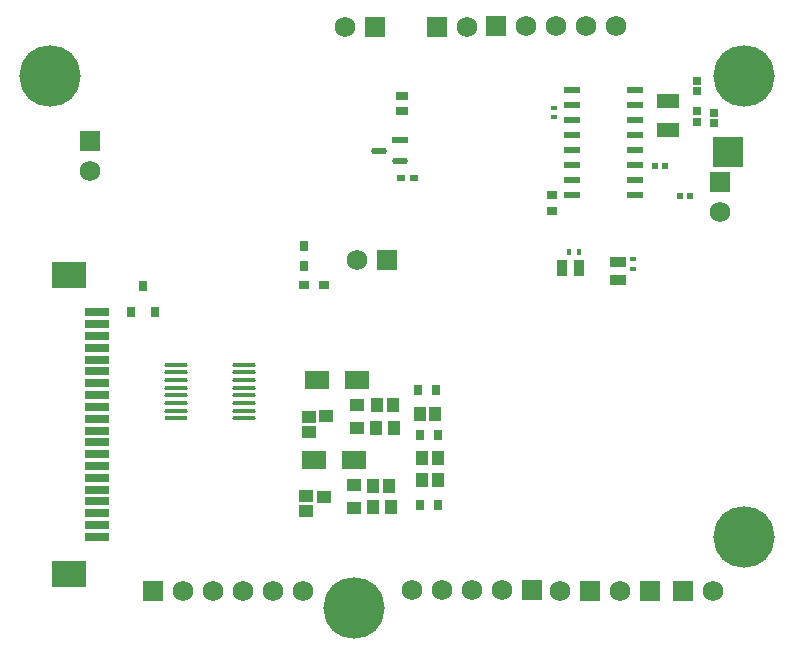
<source format=gbr>
%TF.GenerationSoftware,Altium Limited,Altium Designer,25.7.1 (20)*%
G04 Layer_Color=16711935*
%FSLAX45Y45*%
%MOMM*%
%TF.SameCoordinates,C331EA04-0F80-4B25-860E-1567A5D6E8FC*%
%TF.FilePolarity,Negative*%
%TF.FileFunction,Soldermask,Bot*%
%TF.Part,Single*%
G01*
G75*
%TA.AperFunction,SMDPad,CuDef*%
%ADD23R,0.80000X0.90000*%
%ADD24R,1.35000X0.95000*%
%ADD25R,0.90000X0.80000*%
%ADD26R,0.40000X0.50000*%
%ADD27R,0.95000X1.35000*%
%ADD39R,0.66040X0.50800*%
%ADD55R,0.50000X0.40000*%
%ADD57R,1.39700X0.55880*%
%ADD58R,0.81213X0.65872*%
G04:AMPARAMS|DCode=59|XSize=1.35872mm|YSize=0.58684mm|CornerRadius=0.29342mm|HoleSize=0mm|Usage=FLASHONLY|Rotation=180.000|XOffset=0mm|YOffset=0mm|HoleType=Round|Shape=RoundedRectangle|*
%AMROUNDEDRECTD59*
21,1,1.35872,0.00000,0,0,180.0*
21,1,0.77188,0.58684,0,0,180.0*
1,1,0.58684,-0.38594,0.00000*
1,1,0.58684,0.38594,0.00000*
1,1,0.58684,0.38594,0.00000*
1,1,0.58684,-0.38594,0.00000*
%
%ADD59ROUNDEDRECTD59*%
%ADD60R,0.80000X0.90000*%
G04:AMPARAMS|DCode=63|XSize=1.95543mm|YSize=0.42077mm|CornerRadius=0.21038mm|HoleSize=0mm|Usage=FLASHONLY|Rotation=0.000|XOffset=0mm|YOffset=0mm|HoleType=Round|Shape=RoundedRectangle|*
%AMROUNDEDRECTD63*
21,1,1.95543,0.00000,0,0,0.0*
21,1,1.53467,0.42077,0,0,0.0*
1,1,0.42077,0.76733,0.00000*
1,1,0.42077,-0.76733,0.00000*
1,1,0.42077,-0.76733,0.00000*
1,1,0.42077,0.76733,0.00000*
%
%ADD63ROUNDEDRECTD63*%
%ADD66R,0.61535X0.57247*%
%ADD68R,2.00000X1.50000*%
%ADD70R,1.35872X0.58684*%
%ADD72R,1.95543X0.42077*%
%TA.AperFunction,NonConductor*%
%ADD81C,0.75000*%
%TA.AperFunction,SMDPad,CuDef*%
%ADD85R,1.00320X1.20320*%
%ADD93R,1.00320X1.15320*%
%TA.AperFunction,ComponentPad*%
%ADD95R,1.75320X1.75320*%
%ADD96C,1.75320*%
%ADD97R,1.75320X1.75320*%
%TA.AperFunction,ViaPad*%
%ADD98C,5.20320*%
%TA.AperFunction,SMDPad,CuDef*%
%ADD99R,2.60000X2.60000*%
%ADD100R,0.70000X0.74000*%
%ADD101R,2.05240X0.75240*%
%ADD102R,2.95240X2.25240*%
%ADD103R,1.95240X1.15240*%
%ADD104R,0.73000X0.78000*%
%ADD105R,1.00320X0.80320*%
%ADD106R,1.15320X1.00320*%
%ADD107R,1.20320X1.00320*%
D23*
X790000Y2720000D02*
D03*
X690000Y2500000D02*
D03*
X2150000Y3060000D02*
D03*
Y2890000D02*
D03*
X890000Y2500000D02*
D03*
D24*
X4810000Y2775000D02*
D03*
Y2925000D02*
D03*
D25*
X2325000Y2735000D02*
D03*
X2155000D02*
D03*
D26*
X4480000Y3010000D02*
D03*
X4400000D02*
D03*
D27*
X4335000Y2880000D02*
D03*
X4485000D02*
D03*
D39*
X3085880Y3635000D02*
D03*
X2974120D02*
D03*
D55*
X4940000Y2950000D02*
D03*
Y2870000D02*
D03*
X4267918Y4232917D02*
D03*
Y4152918D02*
D03*
D57*
X4955848Y4125918D02*
D03*
X4424988Y3617918D02*
D03*
Y4252918D02*
D03*
X4955848Y4379918D02*
D03*
Y4252918D02*
D03*
Y3871918D02*
D03*
Y3744918D02*
D03*
Y3617918D02*
D03*
Y3490918D02*
D03*
X4424988D02*
D03*
Y3744918D02*
D03*
Y3871918D02*
D03*
Y3998918D02*
D03*
Y4379918D02*
D03*
X4955848Y3998918D02*
D03*
X4424988Y4125918D02*
D03*
D58*
X4255418Y3355247D02*
D03*
Y3490588D02*
D03*
D59*
X2784829Y3870000D02*
D03*
X2970171Y3778500D02*
D03*
D60*
X3120000Y1840000D02*
D03*
X3135000Y1460000D02*
D03*
Y870000D02*
D03*
X3285000D02*
D03*
Y1460000D02*
D03*
X3270000Y1840000D02*
D03*
D63*
X1647538Y1732500D02*
D03*
Y1797500D02*
D03*
X1072461Y1667500D02*
D03*
Y1797500D02*
D03*
Y1992500D02*
D03*
Y1862500D02*
D03*
Y1927500D02*
D03*
X1647538Y1862500D02*
D03*
X1072461Y2057500D02*
D03*
X1647538Y1667500D02*
D03*
Y1602500D02*
D03*
Y1927500D02*
D03*
X1072461Y1732500D02*
D03*
X1647538Y2057500D02*
D03*
Y1992500D02*
D03*
D66*
X5210774Y3742918D02*
D03*
X5125061D02*
D03*
X5335061Y3485417D02*
D03*
X5420774D02*
D03*
D68*
X2260000Y1930000D02*
D03*
X2240000Y1250001D02*
D03*
X2580000D02*
D03*
X2600000Y1930000D02*
D03*
D70*
X2970171Y3961500D02*
D03*
D72*
X1072461Y1602500D02*
D03*
D81*
X5875000Y4700000D02*
G03*
X5875000Y4300000I0J-200000D01*
G01*
Y800000D02*
G03*
X5875000Y400000I0J-200000D01*
G01*
X2775000Y0D02*
G03*
X2375000Y0I-200000J0D01*
G01*
X0Y4300000D02*
G03*
X0Y4700000I0J200000D01*
G01*
D85*
X2915000Y1520000D02*
D03*
X2890000Y850001D02*
D03*
X2740000D02*
D03*
X2765000Y1520000D02*
D03*
D93*
X2905000Y1720000D02*
D03*
X2870000Y1030000D02*
D03*
X3135000Y1638000D02*
D03*
X3155000Y1270000D02*
D03*
Y1078000D02*
D03*
X2740000Y1030000D02*
D03*
X2775000Y1720000D02*
D03*
X3285000Y1078000D02*
D03*
Y1270000D02*
D03*
X3265000Y1638000D02*
D03*
D95*
X3783000Y4925000D02*
D03*
X4574000Y140000D02*
D03*
X2854000Y2940000D02*
D03*
X872000Y140000D02*
D03*
X4084000Y150000D02*
D03*
X5360000Y140000D02*
D03*
X5083999D02*
D03*
X3276000Y4920000D02*
D03*
X2754000D02*
D03*
D96*
X5614000Y140000D02*
D03*
X4829999D02*
D03*
X340000Y3700000D02*
D03*
X3068000Y150000D02*
D03*
X1126000Y140000D02*
D03*
X4037000Y4925000D02*
D03*
X4291000D02*
D03*
X4545000D02*
D03*
X4799000D02*
D03*
X1634000Y140000D02*
D03*
X1380000D02*
D03*
X1888000D02*
D03*
X3576000Y150000D02*
D03*
X3322000D02*
D03*
X3830000D02*
D03*
X5680000Y3346000D02*
D03*
X2600000Y2940000D02*
D03*
X2142000Y140000D02*
D03*
X2500000Y4920000D02*
D03*
X3530000D02*
D03*
X4320000Y140000D02*
D03*
D97*
X5680000Y3600000D02*
D03*
X340000Y3954000D02*
D03*
D98*
X2575000Y0D02*
D03*
X5875000Y600000D02*
D03*
Y4500000D02*
D03*
X0D02*
D03*
D99*
X5740000Y3860000D02*
D03*
D100*
X5482917Y4462918D02*
D03*
X5627918Y4189417D02*
D03*
X5482917Y4374918D02*
D03*
X5627918Y4101417D02*
D03*
D101*
X397500Y2300002D02*
D03*
Y2400002D02*
D03*
Y2200002D02*
D03*
Y2100002D02*
D03*
Y1900002D02*
D03*
Y600002D02*
D03*
Y2000002D02*
D03*
Y1200002D02*
D03*
Y1100002D02*
D03*
Y2500002D02*
D03*
Y1800002D02*
D03*
Y1700002D02*
D03*
Y1000002D02*
D03*
Y800002D02*
D03*
Y900002D02*
D03*
Y700002D02*
D03*
Y1300002D02*
D03*
Y1400002D02*
D03*
Y1600002D02*
D03*
Y1500002D02*
D03*
D102*
X162500Y2814998D02*
D03*
Y285002D02*
D03*
D103*
X5237918Y4040418D02*
D03*
Y4290418D02*
D03*
D104*
X5480000Y4207500D02*
D03*
Y4112500D02*
D03*
D105*
X2985000Y4335000D02*
D03*
Y4205000D02*
D03*
D106*
X2200000Y1485000D02*
D03*
X2170000Y815001D02*
D03*
Y945001D02*
D03*
X2200000Y1615000D02*
D03*
D107*
X2320000Y940001D02*
D03*
X2580000Y845001D02*
D03*
Y1035001D02*
D03*
X2340000Y1620000D02*
D03*
X2600000Y1525000D02*
D03*
Y1715000D02*
D03*
%TF.MD5,06bbc8ed149e263742d822e94e2f6d4d*%
M02*

</source>
